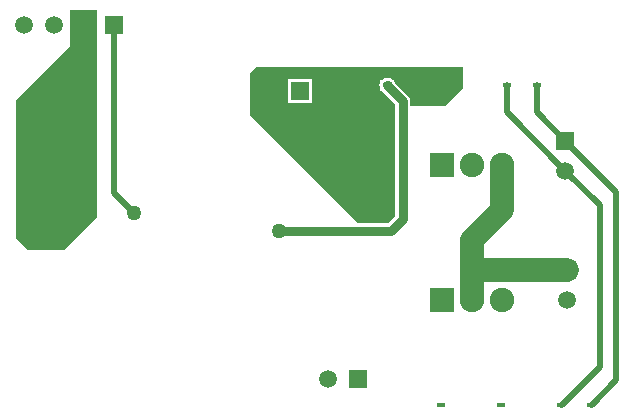
<source format=gbl>
G04*
G04 #@! TF.GenerationSoftware,Altium Limited,Altium Designer,21.6.4 (81)*
G04*
G04 Layer_Physical_Order=2*
G04 Layer_Color=16711680*
%FSLAX25Y25*%
%MOIN*%
G70*
G04*
G04 #@! TF.SameCoordinates,1C97AE3E-24CA-4656-ADB5-1DC68C47BFAE*
G04*
G04*
G04 #@! TF.FilePolarity,Positive*
G04*
G01*
G75*
%ADD35C,0.07874*%
%ADD36C,0.02953*%
%ADD37C,0.02000*%
%ADD38R,0.02756X0.01772*%
%ADD39R,0.08150X0.08150*%
%ADD40C,0.08150*%
%ADD41R,0.05906X0.05906*%
%ADD42C,0.05906*%
%ADD43R,0.05906X0.05906*%
%ADD44C,0.05000*%
G36*
X-86000Y82000D02*
X-97000Y71000D01*
X-109000D01*
X-113000Y75000D01*
Y121000D01*
X-95000Y139000D01*
Y151000D01*
X-86000D01*
Y82000D01*
D02*
G37*
G36*
X36000Y125000D02*
X30000Y119000D01*
X18325D01*
Y120700D01*
X18133Y121666D01*
X17585Y122485D01*
X13194Y126876D01*
X12878Y127350D01*
Y127886D01*
X12399D01*
X11730Y128333D01*
X10764Y128525D01*
X10500D01*
X9534Y128333D01*
X8865Y127886D01*
X8122D01*
Y126739D01*
X7975Y126000D01*
X8122Y125261D01*
Y124114D01*
X8865D01*
X8941Y124063D01*
X9093Y123837D01*
X13275Y119654D01*
Y82346D01*
X10954Y80025D01*
X975D01*
X-35000Y116000D01*
X-35000Y130000D01*
X-33000Y132000D01*
X36000D01*
Y125000D01*
D02*
G37*
%LPC*%
G36*
X-14547Y127953D02*
X-22453D01*
Y120047D01*
X-14547D01*
Y127953D01*
D02*
G37*
%LPD*%
D35*
X39000Y64500D02*
Y74500D01*
Y54500D02*
Y64500D01*
X70500D01*
X49000Y84500D02*
Y99500D01*
X39000Y74500D02*
X49000Y84500D01*
D36*
X10878Y125622D02*
X15800Y120700D01*
Y81300D02*
Y120700D01*
X12000Y77500D02*
X15800Y81300D01*
X10764Y126000D02*
X10878Y125886D01*
X10500Y126000D02*
X10764D01*
X10878Y125622D02*
Y125886D01*
X-25500Y77500D02*
X12000D01*
D37*
X70000Y107500D02*
X87000Y90500D01*
Y27587D02*
Y90500D01*
X78799Y19386D02*
X87000Y27587D01*
X78535Y19386D02*
X78799D01*
X60500Y117000D02*
X70000Y107500D01*
Y97500D02*
X81500Y86000D01*
X50500Y117000D02*
X70000Y97500D01*
X68535Y19386D02*
X68799D01*
X81500Y32087D01*
Y86000D01*
X60500Y117000D02*
Y126000D01*
X50500Y117000D02*
Y126000D01*
X-80500Y90200D02*
X-73700Y83400D01*
X-80500Y90200D02*
Y146000D01*
D38*
X78535Y19386D02*
D03*
X68535D02*
D03*
X48533D02*
D03*
X28535D02*
D03*
X60500Y126000D02*
D03*
X50500D02*
D03*
X30498D02*
D03*
X10500D02*
D03*
D39*
X29000Y54500D02*
D03*
Y99500D02*
D03*
D40*
X39000Y54500D02*
D03*
X49000D02*
D03*
X39000Y99500D02*
D03*
X49000D02*
D03*
D41*
X70500Y64500D02*
D03*
X70000Y107500D02*
D03*
D42*
X70500Y54500D02*
D03*
X-9000Y28000D02*
D03*
X-28500Y124000D02*
D03*
X70000Y97500D02*
D03*
X-90500Y146000D02*
D03*
X-100500D02*
D03*
X-110500D02*
D03*
D43*
X1000Y28000D02*
D03*
X-18500Y124000D02*
D03*
X-80500Y146000D02*
D03*
D44*
X7400Y85300D02*
D03*
X-25500Y77500D02*
D03*
X-106000Y78000D02*
D03*
X-73700Y83400D02*
D03*
M02*

</source>
